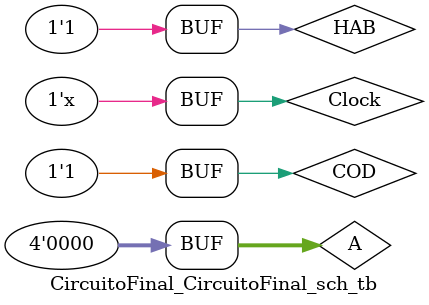
<source format=v>

`timescale 1ns / 1ps

module CircuitoFinal_CircuitoFinal_sch_tb();

// Inputs
   reg COD;
   reg [3:0] A;
   reg HAB;
   reg Clock;

// Output
   wire Cout1;
   wire Cout0;
   wire O;

// Bidirs

// Instantiate the UUT
   CircuitoFinal UUT (
		.COD(COD), 
		.A(A), 
		.Cout1(Cout1), 
		.Cout0(Cout0), 
		.HAB(HAB), 
		.Clock(Clock), 
		.O(O)
   );
// Initialize Inputs
   always
begin	
		#5 Clock= ~ Clock;
		end
       initial begin
		COD = 1;
		A = 4'b0000;
		HAB = 1;
		Clock = 0;
		
		//#25 
		
		//HAB = 0;

		
   end
endmodule

</source>
